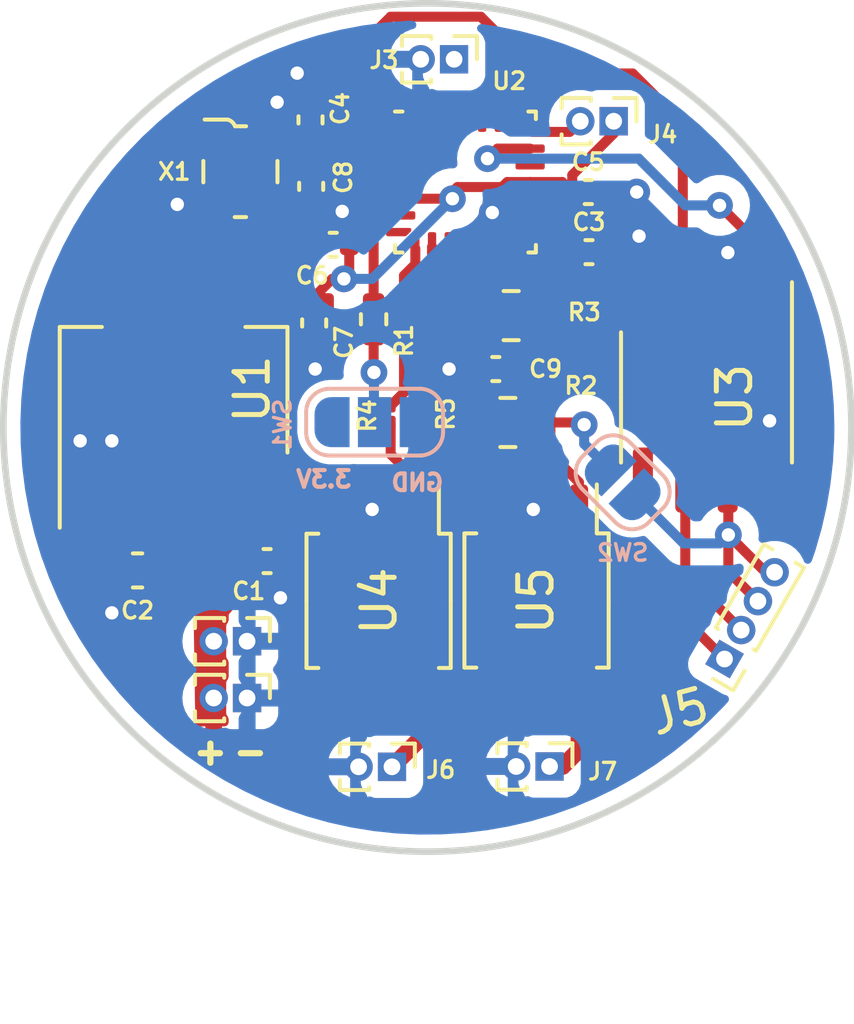
<source format=kicad_pcb>
(kicad_pcb (version 20211014) (generator pcbnew)
  (layers (0 "F.Cu" signal) (31 "B.Cu" signal) (34 "B.Paste" user) (35 "F.Paste" user) (36 "B.SilkS" user "B.Silkscreen") (37 "F.SilkS" user "F.Silkscreen") (38 "B.Mask" user) (39 "F.Mask" user) (44 "Edge.Cuts" user))
  (net 0 "")
  (net 1 "+3.3V")
  (net 2 "GND")
  (net 5 "BOOT0")
  (net 6 "Net-(R1-Pad2)")
  (net 7 "Net-(R2-Pad1)")
  (net 8 "CAN_H")
  (net 9 "CAN_TX")
  (net 10 "CAN_RX")
  (net 11 "CAN_L")
  (net 12 "RCC_OSC_IN")
  (net 13 "RCC_OSC_OUT")
  (net 16 "SYS_SWDIO")
  (net 17 "SYS_SWCLK")
  (net 20 "/12V+")
  (net 21 "Net-(C9-Pad1)")
  (net 30 "Pyro1")
  (net 31 "Net-(U4-Pad4)")
  (net 32 "Net-(J7-Pad1)")
  (net 33 "Pyro2")
  (net 36 "Net-(U4-Pad1)")
  (net 37 "Net-(U5-Pad1)")
  (footprint "Capacitor_SMD:C_0402_1005Metric" (layer "F.Cu") (at 150.32 104.88 -90)
    (fp_text reference "C8" (at -0.27 -0.96 -270) (layer "F.SilkS") (effects (font (size 0.5 0.5) (thickness 0.1))))
    (fp_text value "20pF" hide)
    (pad "1" smd roundrect (at -0.48 0 270) (size 0.56 0.62) (layers "F.Cu" "F.Paste" "F.Mask") (net 13 "RCC_OSC_OUT"))
    (pad "2" smd roundrect (at 0.48 0 270) (size 0.56 0.62) (layers "F.Cu" "F.Paste" "F.Mask") (net 2 "GND"))
  )
  (footprint "Capacitor_SMD:C_0402_1005Metric" (layer "F.Cu") (at 150.3 102.89 90)
    (fp_text reference "C4" (at 0.34 0.89 90) (layer "F.SilkS") (effects (font (size 0.5 0.5) (thickness 0.1))))
    (fp_text value "20pF" hide)
    (pad "1" smd roundrect (at -0.48 0 90) (size 0.56 0.62) (layers "F.Cu" "F.Paste" "F.Mask") (net 12 "RCC_OSC_IN"))
    (pad "2" smd roundrect (at 0.48 0 90) (size 0.56 0.62) (layers "F.Cu" "F.Paste" "F.Mask") (net 2 "GND"))
  )
  (footprint "Package_TO_SOT_SMD:SOT-223-3_TabPin2" (layer "F.Cu") (at 146.2 111 90)
    (fp_text reference "U1" (at 0.05 2.35 90) (layer "F.SilkS"))
    (fp_text value "LD1117S33TR_SOT223" hide)
    (pad "1" smd rect (at -3.15 -2.3 90) (size 2 1.5) (layers "F.Cu" "F.Paste" "F.Mask") (net 2 "GND"))
    (pad "2" smd rect (at -3.15 0 90) (size 2 1.5) (layers "F.Cu" "F.Paste" "F.Mask") (net 1 "+3.3V"))
    (pad "2" smd rect (at 3.15 0 90) (size 2 3.8) (layers "F.Cu" "F.Paste" "F.Mask") (net 1 "+3.3V"))
    (pad "3" smd rect (at -3.15 2.3 90) (size 2 1.5) (layers "F.Cu" "F.Paste" "F.Mask") (net 20 "/12V+"))
  )
  (footprint "Package_SO:SOP-4_3.8x4.1mm_P2.54mm" (layer "F.Cu") (at 152.34 117.29 -90)
    (fp_text reference "U4" (at 0.01 -0.01 90) (layer "F.SilkS"))
    (fp_text value "CPC1002N")
    (pad "1" smd roundrect (at -2.75 -1.27 270) (size 1.45 0.55) (layers "F.Cu" "F.Paste" "F.Mask") (net 36 "Net-(U4-Pad1)"))
    (pad "2" smd roundrect (at -2.75 1.27 270) (size 1.45 0.55) (layers "F.Cu" "F.Paste" "F.Mask") (net 2 "GND"))
    (pad "3" smd roundrect (at 2.75 1.27 270) (size 1.45 0.55) (layers "F.Cu" "F.Paste" "F.Mask") (net 20 "/12V+"))
    (pad "4" smd roundrect (at 2.75 -1.27 270) (size 1.45 0.55) (layers "F.Cu" "F.Paste" "F.Mask") (net 31 "Net-(U4-Pad4)"))
  )
  (footprint "Resistor_SMD:R_01005_0402Metric" (layer "F.Cu") (at 152.7 111.7 90)
    (fp_text reference "R4" (at -0.05 -0.7 90) (layer "F.SilkS") (effects (font (size 0.5 0.5) (thickness 0.1))))
    (fp_text value "270")
    (pad "1" smd roundrect (at -0.25 0 90) (size 0.4 0.3) (layers "F.Cu" "F.Mask") (net 36 "Net-(U4-Pad1)"))
    (pad "2" smd roundrect (at 0.25 0 90) (size 0.4 0.3) (layers "F.Cu" "F.Mask") (net 30 "Pyro1"))
  )
  (footprint "Connector_PinHeader_1.00mm:PinHeader_1x02_P1.00mm_Vertical" (layer "F.Cu") (at 159.38 102.93 -90)
    (fp_text reference "J4" (at 0.395 -1.47) (layer "F.SilkS") (effects (font (size 0.5 0.5) (thickness 0.1))))
    (fp_text value "DEBUG" hide)
    (pad "1" thru_hole rect (at 0 0 270) (size 0.85 0.85) (drill 0.5) (layers *.Cu *.Mask) (net 1 "+3.3V"))
    (pad "2" thru_hole oval (at 0 1 270) (size 0.85 0.85) (drill 0.5) (layers *.Cu *.Mask) (net 16 "SYS_SWDIO"))
  )
  (footprint "Capacitor_SMD:C_0402_1005Metric" (layer "F.Cu") (at 158.620001 105.05)
    (fp_text reference "C5" (at 0 -0.9) (layer "F.SilkS") (effects (font (size 0.5 0.5) (thickness 0.1))))
    (fp_text value "1uF" hide)
    (pad "1" smd roundrect (at -0.48 0) (size 0.56 0.62) (layers "F.Cu" "F.Paste" "F.Mask") (net 1 "+3.3V"))
    (pad "2" smd roundrect (at 0.48 0) (size 0.56 0.62) (layers "F.Cu" "F.Paste" "F.Mask") (net 2 "GND"))
  )
  (footprint "Capacitor_SMD:C_0402_1005Metric" (layer "F.Cu") (at 149 116.1)
    (fp_text reference "C1" (at -0.55 0.9) (layer "F.SilkS") (effects (font (size 0.5 0.5) (thickness 0.1))))
    (fp_text value ".1uF" hide)
    (pad "1" smd roundrect (at -0.48 0) (size 0.56 0.62) (layers "F.Cu" "F.Paste" "F.Mask") (net 20 "/12V+"))
    (pad "2" smd roundrect (at 0.48 0) (size 0.56 0.62) (layers "F.Cu" "F.Paste" "F.Mask") (net 2 "GND"))
  )
  (footprint "Connector_PinHeader_1.00mm:PinHeader_1x02_P1.00mm_Vertical" (layer "F.Cu") (at 154.6 101.075 -90)
    (fp_text reference "J3" (at 0.025 2.1) (layer "F.SilkS") (effects (font (size 0.5 0.5) (thickness 0.1))))
    (fp_text value "PWR" hide)
    (pad "1" thru_hole rect (at 0 0 270) (size 0.85 0.85) (drill 0.5) (layers *.Cu *.Mask) (net 17 "SYS_SWCLK"))
    (pad "2" thru_hole oval (at 0 1 270) (size 0.85 0.85) (drill 0.5) (layers *.Cu *.Mask) (net 2 "GND"))
  )
  (footprint "Capacitor_SMD:C_0603_1608Metric" (layer "F.Cu") (at 145.12 116.38 180)
    (fp_text reference "C2" (at 0 -1.2) (layer "F.SilkS") (effects (font (size 0.5 0.5) (thickness 0.1))))
    (fp_text value "10uF" hide)
    (pad "1" smd roundrect (at -0.775 0 180) (size 0.9 0.95) (layers "F.Cu" "F.Paste" "F.Mask") (net 1 "+3.3V"))
    (pad "2" smd roundrect (at 0.775 0 180) (size 0.9 0.95) (layers "F.Cu" "F.Paste" "F.Mask") (net 2 "GND"))
  )
  (footprint "Resistor_SMD:R_0805_2012Metric" (layer "F.Cu") (at 156.31 108.749999)
    (fp_text reference "R3" (at 2.19 -0.099999 180) (layer "F.SilkS") (effects (font (size 0.5 0.5) (thickness 0.1))))
    (fp_text value "60 ohm" hide)
    (pad "1" smd roundrect (at -0.9125 0) (size 1.025 1.4) (layers "F.Cu" "F.Paste" "F.Mask") (roundrect_rratio 0.243902) (net 21 "Net-(C9-Pad1)"))
    (pad "2" smd roundrect (at 0.9125 0) (size 1.025 1.4) (layers "F.Cu" "F.Paste" "F.Mask") (roundrect_rratio 0.243902) (net 11 "CAN_L"))
  )
  (footprint "Connector_PinHeader_1.00mm:PinHeader_1x02_P1.00mm_Vertical" (layer "F.Cu") (at 152.74 122.26 -90)
    (fp_text reference "J6" (at 0.09 -1.46) (layer "F.SilkS") (effects (font (size 0.5 0.5) (thickness 0.1))))
    (fp_text value "Conn_01x02_Female")
    (pad "1" thru_hole rect (at 0 0 270) (size 0.85 0.85) (drill 0.5) (layers *.Cu *.Mask) (net 31 "Net-(U4-Pad4)"))
    (pad "2" thru_hole oval (at 0 1 270) (size 0.85 0.85) (drill 0.5) (layers *.Cu *.Mask) (net 2 "GND"))
  )
  (footprint "Resistor_SMD:R_0805_2012Metric" (layer "F.Cu") (at 156.21 111.95 180)
    (fp_text reference "R2" (at -2.19 1.1 180) (layer "F.SilkS") (effects (font (size 0.5 0.5) (thickness 0.1))))
    (fp_text value "60 ohm" hide)
    (pad "1" smd roundrect (at -0.9125 0 180) (size 1.025 1.4) (layers "F.Cu" "F.Paste" "F.Mask") (roundrect_rratio 0.243902) (net 7 "Net-(R2-Pad1)"))
    (pad "2" smd roundrect (at 0.9125 0 180) (size 1.025 1.4) (layers "F.Cu" "F.Paste" "F.Mask") (roundrect_rratio 0.243902) (net 21 "Net-(C9-Pad1)"))
  )
  (footprint "Capacitor_SMD:C_0402_1005Metric" (layer "F.Cu") (at 158.640001 106.85)
    (fp_text reference "C3" (at 0 -0.9) (layer "F.SilkS") (effects (font (size 0.5 0.5) (thickness 0.1))))
    (fp_text value "4u7" hide)
    (pad "1" smd roundrect (at -0.48 0) (size 0.56 0.62) (layers "F.Cu" "F.Paste" "F.Mask") (net 1 "+3.3V"))
    (pad "2" smd roundrect (at 0.48 0) (size 0.56 0.62) (layers "F.Cu" "F.Paste" "F.Mask") (net 2 "GND"))
  )
  (footprint "Connector_PinHeader_1.00mm:PinHeader_1x04_P1.00mm_Vertical" (layer "F.Cu") (at 162.7 119.032051 150)
    (fp_text reference "J5" (at 0.38516 -2.032884 195) (layer "F.SilkS"))
    (fp_text value "CAN Header" hide)
    (pad "1" thru_hole rect (at 0 0 150) (size 0.85 0.85) (drill 0.5) (layers *.Cu *.Mask) (net 11 "CAN_L"))
    (pad "2" thru_hole oval (at 0 1 150) (size 0.85 0.85) (drill 0.5) (layers *.Cu *.Mask) (net 11 "CAN_L"))
    (pad "3" thru_hole oval (at 0 2 150) (size 0.85 0.85) (drill 0.5) (layers *.Cu *.Mask) (net 8 "CAN_H"))
    (pad "4" thru_hole oval (at 0 3 150) (size 0.85 0.85) (drill 0.5) (layers *.Cu *.Mask) (net 8 "CAN_H"))
  )
  (footprint "Connector_PinHeader_1.00mm:PinHeader_1x02_P1.00mm_Vertical" (layer "F.Cu") (at 148.4 120.2 -90)
    (fp_text reference "J1" hide)
    (fp_text value "Bat" hide)
    (pad "1" thru_hole rect (at 0 0 270) (size 0.85 0.85) (drill 0.5) (layers *.Cu *.Mask) (net 2 "GND"))
    (pad "2" thru_hole oval (at 0 1 270) (size 0.85 0.85) (drill 0.5) (layers *.Cu *.Mask) (net 20 "/12V+"))
  )
  (footprint "Capacitor_SMD:C_0402_1005Metric" (layer "F.Cu") (at 150.41 108.97 -90)
    (fp_text reference "C7" (at 0.58 -0.89 -90) (layer "F.SilkS") (effects (font (size 0.5 0.5) (thickness 0.1))))
    (fp_text value "10nF" hide)
    (pad "1" smd roundrect (at -0.48 0 270) (size 0.56 0.62) (layers "F.Cu" "F.Paste" "F.Mask") (net 1 "+3.3V"))
    (pad "2" smd roundrect (at 0.48 0 270) (size 0.56 0.62) (layers "F.Cu" "F.Paste" "F.Mask") (net 2 "GND"))
  )
  (footprint "Capacitor_SMD:C_0402_1005Metric" (layer "F.Cu") (at 150.98 106.63 180)
    (fp_text reference "C6" (at 0.63 -0.92) (layer "F.SilkS") (effects (font (size 0.5 0.5) (thickness 0.1))))
    (fp_text value ".1uF" hide)
    (pad "1" smd roundrect (at -0.48 0 180) (size 0.56 0.62) (layers "F.Cu" "F.Paste" "F.Mask") (net 1 "+3.3V"))
    (pad "2" smd roundrect (at 0.48 0 180) (size 0.56 0.62) (layers "F.Cu" "F.Paste" "F.Mask") (net 2 "GND"))
  )
  (footprint "Package_SO:SOIC-8_3.9x4.9mm_P1.27mm" (layer "F.Cu") (at 162.16 111.2 -90)
    (fp_text reference "U3" (at 0 -0.84 90) (layer "F.SilkS"))
    (fp_text value "SN65HVD230" hide)
    (pad "1" smd roundrect (at -2.475 -1.905 270) (size 1.95 0.6) (layers "F.Cu" "F.Paste" "F.Mask") (net 9 "CAN_TX"))
    (pad "2" smd roundrect (at -2.475 -0.635 270) (size 1.95 0.6) (layers "F.Cu" "F.Paste" "F.Mask") (net 2 "GND"))
    (pad "3" smd roundrect (at -2.475 0.635 270) (size 1.95 0.6) (layers "F.Cu" "F.Paste" "F.Mask") (net 1 "+3.3V"))
    (pad "4" smd roundrect (at -2.475 1.905 270) (size 1.95 0.6) (layers "F.Cu" "F.Paste" "F.Mask") (net 10 "CAN_RX"))
    (pad "5" smd roundrect (at 2.475 1.905 270) (size 1.95 0.6) (layers "F.Cu" "F.Paste" "F.Mask"))
    (pad "6" smd roundrect (at 2.475 0.635 270) (size 1.95 0.6) (layers "F.Cu" "F.Paste" "F.Mask") (net 11 "CAN_L"))
    (pad "7" smd roundrect (at 2.475 -0.635 270) (size 1.95 0.6) (layers "F.Cu" "F.Paste" "F.Mask") (net 8 "CAN_H"))
    (pad "8" smd roundrect (at 2.475 -1.905 270) (size 1.95 0.6) (layers "F.Cu" "F.Paste" "F.Mask") (net 2 "GND"))
  )
  (footprint "Oscillator:Oscillator_SMD_ECS_2520MV-xxx-xx-4Pin_2.5x2.0mm" (layer "F.Cu") (at 148.2 104.44)
    (fp_text reference "X1" (at -1.98 0) (layer "F.SilkS") (effects (font (size 0.5 0.5) (thickness 0.1))))
    (fp_text value "ECS-2520MV-xxx-xx" hide)
    (pad "1" smd roundrect (at -0.725 -0.925) (size 0.8 0.9) (layers "F.Cu" "F.Paste" "F.Mask") (net 12 "RCC_OSC_IN"))
    (pad "2" smd roundrect (at -0.725 0.925) (size 0.8 0.9) (layers "F.Cu" "F.Paste" "F.Mask") (net 2 "GND"))
    (pad "3" smd roundrect (at 0.725 0.925) (size 0.8 0.9) (layers "F.Cu" "F.Paste" "F.Mask") (net 13 "RCC_OSC_OUT"))
    (pad "4" smd roundrect (at 0.725 -0.925) (size 0.8 0.9) (layers "F.Cu" "F.Paste" "F.Mask") (net 2 "GND"))
  )
  (footprint "Resistor_SMD:R_01005_0402Metric" (layer "F.Cu") (at 153.7 111.65 -90)
    (fp_text reference "R5" (at 0.05 -0.65 90) (layer "F.SilkS") (effects (font (size 0.5 0.5) (thickness 0.1))))
    (fp_text value "270")
    (pad "1" smd roundrect (at -0.25 0 270) (size 0.4 0.3) (layers "F.Cu" "F.Mask") (net 33 "Pyro2"))
    (pad "2" smd roundrect (at 0.25 0 270) (size 0.4 0.3) (layers "F.Cu" "F.Mask") (net 37 "Net-(U5-Pad1)"))
  )
  (footprint "Package_DFN_QFN:QFN-28_4x4mm_P0.5mm" (layer "F.Cu") (at 154.94 104.75)
    (fp_text reference "U2" (at 1.31 -3.025) (layer "F.SilkS") (effects (font (size 0.5 0.5) (thickness 0.1))))
    (fp_text value "STM32F042G4Ux" hide)
    (pad "1" smd custom (at -1.9975 -1.5) (size 0.136863 0.136863) (layers "F.Cu" "F.Paste" "F.Mask") (net 10 "CAN_RX") (options (clearance outline) (anchor circle)) (primitives (gr_poly (pts (xy 0.3325 0.05364) (xy 0.3325 0.08) (xy -0.3325 0.08) (xy -0.3325 -0.08) (xy 0.19886 -0.08)) (width 0.09) (fill yes))))
    (pad "2" smd roundrect (at -1.9375 -1) (size 0.875 0.25) (layers "F.Cu" "F.Paste" "F.Mask") (net 12 "RCC_OSC_IN"))
    (pad "3" smd roundrect (at -1.9375 -0.5) (size 0.875 0.25) (layers "F.Cu" "F.Paste" "F.Mask") (net 13 "RCC_OSC_OUT"))
    (pad "4" smd roundrect (at -1.9375 0) (size 0.875 0.25) (layers "F.Cu" "F.Paste" "F.Mask") (net 5 "BOOT0"))
    (pad "5" smd roundrect (at -1.9375 0.5) (size 0.875 0.25) (layers "F.Cu" "F.Paste" "F.Mask") (net 1 "+3.3V"))
    (pad "6" smd roundrect (at -1.9375 1) (size 0.875 0.25) (layers "F.Cu" "F.Paste" "F.Mask"))
    (pad "7" smd custom (at -1.9975 1.5) (size 0.136863 0.136863) (layers "F.Cu" "F.Paste" "F.Mask") (options (clearance outline) (anchor circle)) (primitives (gr_poly (pts (xy 0.3325 -0.05364) (xy 0.19886 0.08) (xy -0.3325 0.08) (xy -0.3325 -0.08) (xy 0.3325 -0.08)) (width 0.09) (fill yes))))
    (pad "8" smd custom (at -1.5 1.9975) (size 0.136863 0.136863) (layers "F.Cu" "F.Paste" "F.Mask") (net 30 "Pyro1") (options (clearance outline) (anchor circle)) (primitives (gr_poly (pts (xy 0.08 0.3325) (xy -0.08 0.3325) (xy -0.08 -0.19886) (xy 0.05364 -0.3325) (xy 0.08 -0.3325)) (width 0.09) (fill yes))))
    (pad "9" smd roundrect (at -1 1.9375) (size 0.25 0.875) (layers "F.Cu" "F.Paste" "F.Mask") (net 33 "Pyro2"))
    (pad "10" smd roundrect (at -0.5 1.9375) (size 0.25 0.875) (layers "F.Cu" "F.Paste" "F.Mask"))
    (pad "11" smd roundrect (at 0 1.9375) (size 0.25 0.875) (layers "F.Cu" "F.Paste" "F.Mask"))
    (pad "12" smd roundrect (at 0.5 1.9375) (size 0.25 0.875) (layers "F.Cu" "F.Paste" "F.Mask"))
    (pad "13" smd roundrect (at 1 1.9375) (size 0.25 0.875) (layers "F.Cu" "F.Paste" "F.Mask"))
    (pad "14" smd custom (at 1.5 1.9975) (size 0.136863 0.136863) (layers "F.Cu" "F.Paste" "F.Mask") (options (clearance outline) (anchor circle)) (primitives (gr_poly (pts (xy 0.08 -0.19886) (xy 0.08 0.3325) (xy -0.08 0.3325) (xy -0.08 -0.3325) (xy -0.05364 -0.3325)) (width 0.09) (fill yes))))
    (pad "15" smd custom (at 1.9975 1.5) (size 0.136863 0.136863) (layers "F.Cu" "F.Paste" "F.Mask") (options (clearance outline) (anchor circle)) (primitives (gr_poly (pts (xy 0.3325 0.08) (xy -0.19886 0.08) (xy -0.3325 -0.05364) (xy -0.3325 -0.08) (xy 0.3325 -0.08)) (width 0.09) (fill yes))))
    (pad "16" smd roundrect (at 1.9375 1) (size 0.875 0.25) (layers "F.Cu" "F.Paste" "F.Mask") (net 2 "GND"))
    (pad "17" smd roundrect (at 1.9375 0.5) (size 0.875 0.25) (layers "F.Cu" "F.Paste" "F.Mask") (net 1 "+3.3V"))
    (pad "18" smd roundrect (at 1.9375 0) (size 0.875 0.25) (layers "F.Cu" "F.Paste" "F.Mask") (net 1 "+3.3V"))
    (pad "19" smd roundrect (at 1.9375 -0.5) (size 0.875 0.25) (layers "F.Cu" "F.Paste" "F.Mask"))
    (pad "20" smd roundrect (at 1.9375 -1) (size 0.875 0.25) (layers "F.Cu" "F.Paste" "F.Mask") (net 9 "CAN_TX"))
    (pad "21" smd custom (at 1.9975 -1.5) (size 0.136863 0.136863) (layers "F.Cu" "F.Paste" "F.Mask") (net 16 "SYS_SWDIO") (options (clearance outline) (anchor circle)) (primitives (gr_poly (pts (xy 0.3325 0.08) (xy -0.3325 0.08) (xy -0.3325 0.05364) (xy -0.19886 -0.08) (xy 0.3325 -0.08)) (width 0.09) (fill yes))))
    (pad "22" smd custom (at 1.5 -1.9975) (size 0.136863 0.136863) (layers "F.Cu" "F.Paste" "F.Mask") (net 17 "SYS_SWCLK") (options (clearance outline) (anchor circle)) (primitives (gr_poly (pts (xy 0.08 0.19886) (xy -0.05364 0.3325) (xy -0.08 0.3325) (xy -0.08 -0.3325) (xy 0.08 -0.3325)) (width 0.09) (fill yes))))
    (pad "23" smd roundrect (at 1 -1.9375) (size 0.25 0.875) (layers "F.Cu" "F.Paste" "F.Mask"))
    (pad "24" smd roundrect (at 0.5 -1.9375) (size 0.25 0.875) (layers "F.Cu" "F.Paste" "F.Mask"))
    (pad "25" smd roundrect (at 0 -1.9375) (size 0.25 0.875) (layers "F.Cu" "F.Paste" "F.Mask"))
    (pad "26" smd roundrect (at -0.5 -1.9375) (size 0.25 0.875) (layers "F.Cu" "F.Paste" "F.Mask"))
    (pad "27" smd roundrect (at -1 -1.9375) (size 0.25 0.875) (layers "F.Cu" "F.Paste" "F.Mask"))
    (pad "28" smd custom (at -1.5 -1.9975) (size 0.136863 0.136863) (layers "F.Cu" "F.Paste" "F.Mask") (options (clearance outline) (anchor circle)) (primitives (gr_poly (pts (xy 0.08 0.3325) (xy 0.05364 0.3325) (xy -0.08 0.19886) (xy -0.08 -0.3325) (xy 0.08 -0.3325)) (width 0.09) (fill yes))))
  )
  (footprint "Connector_PinHeader_1.00mm:PinHeader_1x02_P1.00mm_Vertical" (layer "F.Cu") (at 148.4 118.5 -90)
    (fp_text reference "J2" hide)
    (fp_text value "Bat" hide)
    (pad "1" thru_hole rect (at 0 0 270) (size 0.85 0.85) (drill 0.5) (layers *.Cu *.Mask) (net 2 "GND"))
    (pad "2" thru_hole oval (at 0 1 270) (size 0.85 0.85) (drill 0.5) (layers *.Cu *.Mask) (net 20 "/12V+"))
  )
  (footprint "Capacitor_SMD:C_0402_1005Metric" (layer "F.Cu") (at 155.85 110.35 180)
    (fp_text reference "C9" (at -1.490052 0.003431 180) (layer "F.SilkS") (effects (font (size 0.5 0.5) (thickness 0.1))))
    (fp_text value "4.7nF" hide)
    (pad "1" smd roundrect (at -0.48 0 180) (size 0.56 0.62) (layers "F.Cu" "F.Paste" "F.Mask") (net 21 "Net-(C9-Pad1)"))
    (pad "2" smd roundrect locked (at 0.48 0 180) (size 0.56 0.62) (layers "F.Cu" "F.Paste" "F.Mask") (net 2 "GND"))
  )
  (footprint "Connector_PinHeader_1.00mm:PinHeader_1x02_P1.00mm_Vertical" (layer "F.Cu") (at 157.46 122.25 -90)
    (fp_text reference "J7" (at 0.15 -1.59 180) (layer "F.SilkS") (effects (font (size 0.5 0.5) (thickness 0.1))))
    (fp_text value "Conn_01x02_Female")
    (pad "1" thru_hole rect (at 0 0 270) (size 0.85 0.85) (drill 0.5) (layers *.Cu *.Mask) (net 32 "Net-(J7-Pad1)"))
    (pad "2" thru_hole oval (at 0 1 270) (size 0.85 0.85) (drill 0.5) (layers *.Cu *.Mask) (net 2 "GND"))
  )
  (footprint "Package_SO:SOP-4_3.8x4.1mm_P2.54mm" (layer "F.Cu") (at 157.07 117.28 -90)
    (fp_text reference "U5" (at 0 0.02 90) (layer "F.SilkS"))
    (fp_text value "CPC1002N")
    (pad "1" smd roundrect (at -2.75 -1.27 270) (size 1.45 0.55) (layers "F.Cu" "F.Paste" "F.Mask") (net 37 "Net-(U5-Pad1)"))
    (pad "2" smd roundrect (at -2.75 1.27 270) (size 1.45 0.55) (layers "F.Cu" "F.Paste" "F.Mask") (net 2 "GND"))
    (pad "3" smd roundrect (at 2.75 1.27 270) (size 1.45 0.55) (layers "F.Cu" "F.Paste" "F.Mask") (net 20 "/12V+"))
    (pad "4" smd roundrect (at 2.75 -1.27 270) (size 1.45 0.55) (layers "F.Cu" "F.Paste" "F.Mask") (net 32 "Net-(J7-Pad1)"))
  )
  (footprint "Resistor_SMD:R_0402_1005Metric" (layer "F.Cu") (at 152.19 108.86 -90)
    (fp_text reference "R1" (at 0.64 -0.91 -270) (layer "F.SilkS") (effects (font (size 0.5 0.5) (thickness 0.1))))
    (fp_text value "10k" hide)
    (pad "1" smd roundrect (at -0.51 0 270) (size 0.54 0.64) (layers "F.Cu" "F.Paste" "F.Mask") (net 5 "BOOT0"))
    (pad "2" smd roundrect (at 0.51 0 270) (size 0.54 0.64) (layers "F.Cu" "F.Paste" "F.Mask") (net 6 "Net-(R1-Pad2)"))
  )
  (footprint "Jumper:SolderJumper-3_P1.3mm_Open_RoundedPad1.0x1.5mm_NumberLabels" (layer "B.Cu") (at 152.22 111.94 180)
    (fp_text reference "SW1" (at 2.757716 -0.070711 90) (layer "B.SilkS") (effects (font (size 0.5 0.5) (thickness 0.1)) (justify mirror)))
    (fp_text value "SW_SPDT" hide)
    (fp_text user "3.3V" (at 1.52 -1.71) (layer "B.SilkS") (effects (font (size 0.5 0.5) (thickness 0.125)) (justify mirror)))
    (fp_text user "GND" (at -1.28 -1.81) (layer "B.SilkS") (effects (font (size 0.5 0.5) (thickness 0.125)) (justify mirror)))
    (pad "1" smd custom (at -1.3 0 180) (size 1 0.5) (layers "B.Cu" "B.Mask") (net 2 "GND") (options (clearance outline) (anchor rect)) (primitives (gr_circle (center 0 -0.25) (end 0.5 -0.25) (width 0) (fill yes)) (gr_circle (center 0 0.25) (end 0.5 0.25) (width 0) (fill yes)) (gr_poly (pts (xy 0.55 -0.75) (xy 0 -0.75) (xy 0 0.75) (xy 0.55 0.75)) (width 0) (fill yes))))
    (pad "2" smd rect (at 0 0 180) (size 1 1.5) (layers "B.Cu" "B.Mask") (net 6 "Net-(R1-Pad2)"))
    (pad "3" smd custom (at 1.3 0 180) (size 1 0.5) (layers "B.Cu" "B.Mask") (net 1 "+3.3V") (options (clearance outline) (anchor rect)) (primitives (gr_circle (center 0 -0.25) (end 0.5 -0.25) (width 0) (fill yes)) (gr_circle (center 0 0.25) (end 0.5 0.25) (width 0) (fill yes)) (gr_poly (pts (xy 0 -0.75) (xy -0.55 -0.75) (xy -0.55 0.75) (xy 0 0.75)) (width 0) (fill yes))))
  )
  (footprint "Jumper:SolderJumper-2_P1.3mm_Open_RoundedPad1.0x1.5mm" (layer "B.Cu") (at 159.649527 113.741772 -45)
    (fp_text reference "SW2" (at 1.491077 1.490408 180) (layer "B.SilkS") (effects (font (size 0.5 0.5) (thickness 0.1)) (justify mirror)))
    (fp_text value "SW_SPST" hide)
    (pad "1" smd custom (at -0.65 0 315) (size 1 0.5) (layers "B.Cu" "B.Mask") (net 7 "Net-(R2-Pad1)") (options (clearance outline) (anchor rect)) (primitives (gr_circle (center 0 -0.25) (end 0.5 -0.25) (width 0) (fill yes)) (gr_circle (center 0 0.25) (end 0.5 0.25) (width 0) (fill yes)) (gr_poly (pts (xy 0.5 -0.75) (xy 0 -0.75) (xy 0 0.75) (xy 0.5 0.75)) (width 0) (fill yes))))
    (pad "2" smd custom (at 0.65 0 315) (size 1 0.5) (layers "B.Cu" "B.Mask") (net 8 "CAN_H") (options (clearance outline) (anchor rect)) (primitives (gr_circle (center 0 -0.25) (end 0.5 -0.25) (width 0) (fill yes)) (gr_circle (center 0 0.25) (end 0.5 0.25) (width 0) (fill yes)) (gr_poly (pts (xy 0 -0.75) (xy -0.5 -0.75) (xy -0.5 0.75) (xy 0 0.75)) (width 0) (fill yes))))
  )
  (gr_circle (center 153.8 112.1) (end 166.5 112.1) (layer "Edge.Cuts") (width 0.2) (fill none))
  (gr_text "-\n" (at 148.5 121.8) (layer "F.SilkS") (effects (font (size 0.75 0.75) (thickness 0.1875)) (justify mirror)))
  (gr_text "+" (at 147.3 121.8) (layer "F.SilkS") (effects (font (size 0.75 0.75) (thickness 0.1875)) (justify mirror)))
  (segment (start 154.7 104.9) (end 154.55 105.05) (width 0.3) (layer "F.Cu") (net 1))
  (segment (start 161.525 110.255) (end 161.036 110.744) (width 0.3) (layer "F.Cu") (net 1))
  (segment (start 159.38 103.3) (end 158.140001 104.539999) (width 0.3) (layer "F.Cu") (net 1))
  (segment (start 158.160001 105.07) (end 158.140001 105.05) (width 0.3) (layer "F.Cu") (net 1))
  (segment (start 160.274 110.744) (end 158.75 109.22) (width 0.3) (layer "F.Cu") (net 1))
  (segment (start 151.46 107.49) (end 151.3 107.65) (width 0.3) (layer "F.Cu") (net 1))
  (segment (start 156.19148 104.75) (end 156.04148 104.9) (width 0.3) (layer "F.Cu") (net 1))
  (segment (start 154.55 105.05) (end 154.55 105.25) (width 0.3) (layer "F.Cu") (net 1))
  (segment (start 156.8775 104.75) (end 157.840001 104.75) (width 0.3) (layer "F.Cu") (net 1))
  (segment (start 156.8775 105.25) (end 157.940001 105.25) (width 0.3) (layer "F.Cu") (net 1))
  (segment (start 156.8775 105.25) (end 156.39148 105.25) (width 0.3) (layer "F.Cu") (net 1))
  (segment (start 158.160001 106.85) (end 158.160001 105.07) (width 0.3) (layer "F.Cu") (net 1))
  (segment (start 156.39148 105.25) (end 156.17074 105.02926) (width 0.3) (layer "F.Cu") (net 1))
  (segment (start 150.95 107.65) (end 151.3 107.65) (width 0.3) (layer "F.Cu") (net 1))
  (segment (start 150.4 108.48) (end 150.4 108.2) (width 0.3) (layer "F.Cu") (net 1))
  (segment (start 153.0025 105.25) (end 154.55 105.25) (width 0.3) (layer "F.Cu") (net 1))
  (segment (start 156.17074 105.02926) (end 156.04148 104.9) (width 0.3) (layer "F.Cu") (net 1))
  (segment (start 157.840001 104.75) (end 158.140001 105.05) (width 0.3) (layer "F.Cu") (net 1))
  (segment (start 158.75 107.95) (end 158.160001 107.360001) (width 0.3) (layer "F.Cu") (net 1))
  (segment (start 161.525 108.725) (end 161.525 110.255) (width 0.3) (layer "F.Cu") (net 1))
  (segment (start 157.940001 105.25) (end 158.140001 105.05) (width 0.3) (layer "F.Cu") (net 1))
  (segment (start 150.41 108.49) (end 150.4 108.48) (width 0.3) (layer "F.Cu") (net 1))
  (segment (start 158.75 109.22) (end 158.75 107.95) (width 0.3) (layer "F.Cu") (net 1))
  (segment (start 159.38 102.93) (end 159.38 103.3) (width 0.3) (layer "F.Cu") (net 1))
  (segment (start 150.4 108.2) (end 150.95 107.65) (width 0.3) (layer "F.Cu") (net 1))
  (segment (start 151.46 106.63) (end 151.46 107.49) (width 0.3) (layer "F.Cu") (net 1))
  (segment (start 161.036 110.744) (end 160.274 110.744) (width 0.3) (layer "F.Cu") (net 1))
  (segment (start 158.140001 104.539999) (end 158.140001 105.05) (width 0.3) (layer "F.Cu") (net 1))
  (segment (start 156.8775 104.75) (end 156.19148 104.75) (width 0.3) (layer "F.Cu") (net 1))
  (segment (start 158.160001 107.360001) (end 158.160001 106.85) (width 0.3) (layer "F.Cu") (net 1))
  (segment (start 156.04148 104.9) (end 154.7 104.9) (width 0.3) (layer "F.Cu") (net 1))
  (via (at 151.3 107.65) (size 0.8) (drill 0.4) (layers "F.Cu" "B.Cu") (net 1))
  (via (at 154.55 105.25) (size 0.8) (drill 0.4) (layers "F.Cu" "B.Cu") (net 1))
  (segment (start 154.55 105.25) (end 152.15 107.65) (width 0.3) (layer "B.Cu") (net 1))
  (segment (start 152.15 107.65) (end 151.3 107.65) (width 0.3) (layer "B.Cu") (net 1))
  (segment (start 150.98 105.36) (end 151.25 105.63) (width 0.3) (layer "F.Cu") (net 2))
  (segment (start 150.32 105.36) (end 150.98 105.36) (width 0.3) (layer "F.Cu") (net 2))
  (segment (start 149.9 101.49) (end 150.06 101.65) (width 0.3) (layer "F.Cu") (net 2))
  (segment (start 159.120001 106.85) (end 159.77 106.85) (width 0.3) (layer "F.Cu") (net 2))
  (segment (start 155.8 114.53) (end 156.948 114.53) (width 0.3) (layer "F.Cu") (net 2))
  (segment (start 148.925 102.735) (end 149.3 102.36) (width 0.3) (layer "F.Cu") (net 2))
  (segment (start 147.475 105.365) (end 146.365 105.365) (width 0.3) (layer "F.Cu") (net 2))
  (segment (start 160.14 106.48) (end 160.14 106.37) (width 0.3) (layer "F.Cu") (net 2))
  (segment (start 149.48 116.1) (end 149.48 117.12) (width 0.3) (layer "F.Cu") (net 2))
  (segment (start 162.795 108.725) (end 162.795 106.86838) (width 0.3) (layer "F.Cu") (net 2))
  (segment (start 146.365 105.365) (end 146.31 105.42) (width 0.3) (layer "F.Cu") (net 2))
  (segment (start 151.07 114.54) (end 152.132 114.54) (width 0.3) (layer "F.Cu") (net 2))
  (segment (start 148.925 103.515) (end 148.925 102.735) (width 0.3) (layer "F.Cu") (net 2))
  (segment (start 150.41 110.32) (end 150.44 110.35) (width 0.3) (layer "F.Cu") (net 2))
  (segment (start 155.830819 105.75) (end 156.8775 105.75) (width 0.3) (layer "F.Cu") (net 2))
  (segment (start 150.41 109.45) (end 150.41 110.32) (width 0.3) (layer "F.Cu") (net 2))
  (segment (start 159.100001 105.05) (end 160.07 105.05) (width 0.3) (layer "F.Cu") (net 2))
  (segment (start 150.5 106.63) (end 150.5 106.38) (width 0.3) (layer "F.Cu") (net 2))
  (segment (start 150.5 106.38) (end 151.25 105.63) (width 0.3) (layer "F.Cu") (net 2))
  (segment (start 149.48 117.12) (end 149.4 117.2) (width 0.3) (layer "F.Cu") (net 2))
  (segment (start 155.744762 105.663943) (end 155.830819 105.75) (width 0.3) (layer "F.Cu") (net 2))
  (segment (start 150.08 101.65) (end 150.3 101.87) (width 0.3) (layer "F.Cu") (net 2))
  (segment (start 156.948 114.53) (end 156.972 114.554) (width 0.3) (layer "F.Cu") (net 2))
  (segment (start 164.065 113.675) (end 164.065 111.915) (width 0.3) (layer "F.Cu") (net 2))
  (segment (start 150.3 101.87) (end 150.3 102.41) (width 0.3) (layer "F.Cu") (net 2))
  (segment (start 159.77 106.85) (end 160.14 106.48) (width 0.3) (layer "F.Cu") (net 2))
  (segment (start 150.06 101.65) (end 150.08 101.65) (width 0.3) (layer "F.Cu") (net 2))
  (segment (start 162.795 106.86838) (end 162.799949 106.863431) (width 0.3) (layer "F.Cu") (net 2))
  (segment (start 155.37 110.35) (end 154.45 110.35) (width 0.3) (layer "F.Cu") (net 2))
  (segment (start 152.132 114.54) (end 152.146 114.554) (width 0.3) (layer "F.Cu") (net 2))
  (segment (start 164.065 111.915) (end 164.05 111.9) (width 0.3) (layer "F.Cu") (net 2))
  (via (at 160.07 105.05) (size 0.8) (drill 0.4) (layers "F.Cu" "B.Cu") (net 2))
  (via (at 149.3 102.36) (size 0.8) (drill 0.4) (layers "F.Cu" "B.Cu") (net 2))
  (via (at 151.25 105.63) (size 0.8) (drill 0.4) (layers "F.Cu" "B.Cu") (net 2))
  (via (at 149.9 101.49) (size 0.8) (drill 0.4) (layers "F.Cu" "B.Cu") (net 2))
  (via (at 154.45 110.35) (size 0.8) (drill 0.4) (layers "F.Cu" "B.Cu") (net 2))
  (via (at 144.35 112.5) (size 0.8) (drill 0.4) (layers "F.Cu" "B.Cu") (net 2))
  (via (at 150.44 110.35) (size 0.8) (drill 0.4) (layers "F.Cu" "B.Cu") (net 2))
  (via (at 143.4 112.5) (size 0.8) (drill 0.4) (layers "F.Cu" "B.Cu") (net 2))
  (via (at 162.799949 106.863431) (size 0.8) (drill 0.4) (layers "F.Cu" "B.Cu") (net 2))
  (via (at 155.744762 105.663943) (size 0.8) (drill 0.4) (layers "F.Cu" "B.Cu") (net 2))
  (via (at 152.146 114.554) (size 0.8) (drill 0.4) (layers "F.Cu" "B.Cu") (net 2))
  (via (at 149.4 117.2) (size 0.8) (drill 0.4) (layers "F.Cu" "B.Cu") (net 2))
  (via (at 144.35 117.65) (size 0.8) (drill 0.4) (layers "F.Cu" "B.Cu") (net 2))
  (via (at 160.14 106.37) (size 0.8) (drill 0.4) (layers "F.Cu" "B.Cu") (net 2))
  (via (at 146.31 105.42) (size 0.8) (drill 0.4) (layers "F.Cu" "B.Cu") (net 2))
  (via (at 164.05 111.9) (size 0.8) (drill 0.4) (layers "F.Cu" "B.Cu") (net 2))
  (via (at 156.972 114.554) (size 0.8) (drill 0.4) (layers "F.Cu" "B.Cu") (net 2))
  (segment (start 153.0025 104.75) (end 152.481637 104.75) (width 0.3) (layer "F.Cu") (net 5))
  (segment (start 152.481637 104.75) (end 152.19 105.041637) (width 0.3) (layer "F.Cu") (net 5))
  (segment (start 152.19 105.041637) (end 152.19 108.35) (width 0.3) (layer "F.Cu") (net 5))
  (segment (start 152.19 110.44) (end 152.2 110.45) (width 0.3) (layer "F.Cu") (net 6))
  (segment (start 152.19 109.37) (end 152.19 110.44) (width 0.3) (layer "F.Cu") (net 6))
  (via (at 152.2 110.45) (size 0.8) (drill 0.4) (layers "F.Cu" "B.Cu") (net 6))
  (segment (start 152.2 110.45) (end 152.2 111.92) (width 0.3) (layer "B.Cu") (net 6))
  (segment (start 152.2 111.92) (end 152.22 111.94) (width 0.3) (layer "B.Cu") (net 6))
  (segment (start 157.1225 111.95) (end 158.432 111.95) (width 0.3) (layer "F.Cu") (net 7))
  (segment (start 158.432 111.95) (end 158.496 112.014) (width 0.3) (layer "F.Cu") (net 7))
  (via (at 158.496 112.014) (size 0.8) (drill 0.4) (layers "F.Cu" "B.Cu") (net 7))
  (segment (start 158.496 112.588245) (end 159.189908 113.282153) (width 0.3) (layer "B.Cu") (net 7))
  (segment (start 158.496 112.014) (end 158.496 112.588245) (width 0.3) (layer "B.Cu") (net 7))
  (segment (start 163.931975 116.433975) (end 162.814 115.316) (width 0.3) (layer "F.Cu") (net 8))
  (segment (start 163.7 117.3) (end 162.814 116.414) (width 0.3) (layer "F.Cu") (net 8))
  (segment (start 162.814 115.316) (end 162.814 113.694) (width 0.3) (layer "F.Cu") (net 8))
  (segment (start 162.814 113.694) (end 162.795 113.675) (width 0.3) (layer "F.Cu") (net 8))
  (segment (start 162.814 116.414) (end 162.814 115.316) (width 0.3) (layer "F.Cu") (net 8))
  (segment (start 164.2 116.433975) (end 163.931975 116.433975) (width 0.3) (layer "F.Cu") (net 8))
  (via (at 162.814 115.316) (size 0.8) (drill 0.4) (layers "F.Cu" "B.Cu") (net 8))
  (segment (start 162.56 115.57) (end 162.814 115.316) (width 0.3) (layer "B.Cu") (net 8))
  (segment (start 161.798 115.57) (end 162.56 115.57) (width 0.3) (layer "B.Cu") (net 8))
  (segment (start 161.477755 115.57) (end 161.798 115.57) (width 0.3) (layer "B.Cu") (net 8))
  (segment (start 160.109146 114.201391) (end 161.477755 115.57) (width 0.3) (layer "B.Cu") (net 8))
  (segment (start 156.8775 103.75) (end 155.9 103.75) (width 0.3) (layer "F.Cu") (net 9))
  (segment (start 164.065 106.965) (end 164.065 108.725) (width 0.3) (layer "F.Cu") (net 9))
  (segment (start 155.9 103.75) (end 155.6 104.05) (width 0.3) (layer "F.Cu") (net 9))
  (segment (start 162.55 105.45) (end 164.065 106.965) (width 0.3) (layer "F.Cu") (net 9))
  (via (at 162.55 105.45) (size 0.8) (drill 0.4) (layers "F.Cu" "B.Cu") (net 9))
  (via (at 155.6 104.05) (size 0.8) (drill 0.4) (layers "F.Cu" "B.Cu") (net 9))
  (segment (start 161.530661 105.45) (end 162.55 105.45) (width 0.3) (layer "B.Cu") (net 9))
  (segment (start 160.130661 104.05) (end 161.530661 105.45) (width 0.3) (layer "B.Cu") (net 9))
  (segment (start 155.6 104.05) (end 160.130661 104.05) (width 0.3) (layer "B.Cu") (net 9))
  (segment (start 161.45 103) (end 161.45 106.45) (width 0.3) (layer "F.Cu") (net 10))
  (segment (start 161.45 106.45) (end 160.255 107.645) (width 0.3) (layer "F.Cu") (net 10))
  (segment (start 152.6 103.25) (end 152.05 102.7) (width 0.3) (layer "F.Cu") (net 10))
  (segment (start 160.255 107.645) (end 160.255 108.725) (width 0.3) (layer "F.Cu") (net 10))
  (segment (start 152.05 102.7) (end 152.05 100.45) (width 0.3) (layer "F.Cu") (net 10))
  (segment (start 152.9425 103.25) (end 152.6 103.25) (width 0.3) (layer "F.Cu") (net 10))
  (segment (start 155.4 99.8) (end 157.1 101.5) (width 0.3) (layer "F.Cu") (net 10))
  (segment (start 159.95 101.5) (end 161.45 103) (width 0.3) (layer "F.Cu") (net 10))
  (segment (start 157.1 101.5) (end 159.95 101.5) (width 0.3) (layer "F.Cu") (net 10))
  (segment (start 152.7 99.8) (end 155.4 99.8) (width 0.3) (layer "F.Cu") (net 10))
  (segment (start 152.05 100.45) (end 152.7 99.8) (width 0.3) (layer "F.Cu") (net 10))
  (segment (start 160.232501 111.76) (end 160.274 111.76) (width 0.3) (layer "F.Cu") (net 11))
  (segment (start 162.7 119.032051) (end 161.544 117.876051) (width 0.3) (layer "F.Cu") (net 11))
  (segment (start 161.525 113.675) (end 161.525 116.491026) (width 0.3) (layer "F.Cu") (net 11))
  (segment (start 161.544 116.510026) (end 161.525 116.491026) (width 0.3) (layer "F.Cu") (net 11))
  (segment (start 161.525 116.491026) (end 163.2 118.166026) (width 0.3) (layer "F.Cu") (net 11))
  (segment (start 160.274 111.76) (end 161.525 113.011) (width 0.3) (layer "F.Cu") (net 11))
  (segment (start 161.525 113.011) (end 161.525 113.675) (width 0.3) (layer "F.Cu") (net 11))
  (segment (start 157.2225 108.749999) (end 160.232501 111.76) (width 0.3) (layer "F.Cu") (net 11))
  (segment (start 161.544 117.876051) (end 161.544 116.510026) (width 0.3) (layer "F.Cu") (net 11))
  (segment (start 151.77 103.37) (end 150.3 103.37) (width 0.3) (layer "F.Cu") (net 12))
  (segment (start 153.0025 103.75) (end 152.15 103.75) (width 0.3) (layer "F.Cu") (net 12))
  (segment (start 152.15 103.75) (end 151.77 103.37) (width 0.3) (layer "F.Cu") (net 12))
  (segment (start 150.3 103.37) (end 149.355 104.315) (width 0.3) (layer "F.Cu") (net 12))
  (segment (start 149.355 104.315) (end 148.275 104.315) (width 0.3) (layer "F.Cu") (net 12))
  (segment (start 148.275 104.315) (end 147.475 103.515) (width 0.3) (layer "F.Cu") (net 12))
  (segment (start 148.925 105.365) (end 149.115 105.365) (width 0.3) (layer "F.Cu") (net 13))
  (segment (start 151.95 104.45) (end 150.37 104.45) (width 0.3) (layer "F.Cu") (net 13))
  (segment (start 149.115 105.365) (end 150.08 104.4) (width 0.3) (layer "F.Cu") (net 13))
  (segment (start 150.08 104.4) (end 150.32 104.4) (width 0.3) (layer "F.Cu") (net 13))
  (segment (start 153.0025 104.25) (end 152.15 104.25) (width 0.3) (layer "F.Cu") (net 13))
  (segment (start 152.15 104.25) (end 151.95 104.45) (width 0.3) (layer "F.Cu") (net 13))
  (segment (start 150.37 104.45) (end 150.32 104.4) (width 0.3) (layer "F.Cu") (net 13))
  (segment (start 158.38 102.93) (end 158.06 103.25) (width 0.3) (layer "F.Cu") (net 16))
  (segment (start 158.06 103.25) (end 156.9375 103.25) (width 0.3) (layer "F.Cu") (net 16))
  (segment (start 155.8 120.03) (end 155.8 118.8) (width 0.5) (layer "F.Cu") (net 20))
  (segment (start 155.3 118.3) (end 150.55 118.3) (width 0.5) (layer "F.Cu") (net 20))
  (segment (start 148.05 122) (end 147.4 121.35) (width 0.5) (layer "F.Cu") (net 20))
  (segment (start 149.75 121.7) (end 149.45 122) (width 0.5) (layer "F.Cu") (net 20))
  (segment (start 155.8 118.8) (end 155.3 118.3) (width 0.5) (layer "F.Cu") (net 20))
  (segment (start 150.55 118.3) (end 150.25 118.3) (width 0.5) (layer "F.Cu") (net 20))
  (segment (start 151.07 120.04) (end 151.07 118.82) (width 0.5) (layer "F.Cu") (net 20))
  (segment (start 147.4 121.35) (end 147.4 120.2) (width 0.5) (layer "F.Cu") (net 20))
  (segment (start 151.07 118.82) (end 150.55 118.3) (width 0.5) (layer "F.Cu") (net 20))
  (segment (start 149.45 122) (end 148.05 122) (width 0.5) (layer "F.Cu") (net 20))
  (segment (start 150.25 118.3) (end 149.75 118.8) (width 0.5) (layer "F.Cu") (net 20))
  (segment (start 149.75 118.8) (end 149.75 121.7) (width 0.5) (layer "F.Cu") (net 20))
  (segment (start 156.33 110.9175) (end 155.2975 111.95) (width 0.3) (layer "F.Cu") (net 21))
  (segment (start 155.3975 108.749999) (end 155.449999 108.749999) (width 0.3) (layer "F.Cu") (net 21))
  (segment (start 155.449999 108.749999) (end 156.33 109.63) (width 0.3) (layer "F.Cu") (net 21))
  (segment (start 156.33 109.63) (end 156.33 110.35) (width 0.3) (layer "F.Cu") (net 21))
  (segment (start 156.33 110.35) (end 156.33 110.9175) (width 0.3) (layer "F.Cu") (net 21))
  (segment (start 153.1 111.05) (end 152.75 111.4) (width 0.3) (layer "F.Cu") (net 30))
  (segment (start 152.75 111.4) (end 152.7 111.4) (width 0.3) (layer "F.Cu") (net 30))
  (segment (start 153.1 107.55) (end 153.1 111.05) (width 0.3) (layer "F.Cu") (net 30))
  (segment (start 153.44 107.21) (end 153.1 107.55) (width 0.3) (layer "F.Cu") (net 30))
  (segment (start 153.44 106.7475) (end 153.44 107.21) (width 0.3) (layer "F.Cu") (net 30))
  (segment (start 153.6 120.05) (end 153.61 120.04) (width 0.5) (layer "F.Cu") (net 31))
  (segment (start 153.6 121.4) (end 153.6 120.05) (width 0.5) (layer "F.Cu") (net 31))
  (segment (start 152.74 122.26) (end 153.6 121.4) (width 0.5) (layer "F.Cu") (net 31))
  (segment (start 158.34 120.03) (end 158.34 121.76) (width 0.5) (layer "F.Cu") (net 32))
  (segment (start 157.85 122.25) (end 157.46 122.25) (width 0.5) (layer "F.Cu") (net 32))
  (segment (start 158.34 121.76) (end 157.85 122.25) (width 0.5) (layer "F.Cu") (net 32))
  (segment (start 153.7 109.55) (end 153.7 111.35) (width 0.3) (layer "F.Cu") (net 33))
  (segment (start 153.94 106.6875) (end 153.94 109.31) (width 0.3) (layer "F.Cu") (net 33))
  (segment (start 153.94 109.31) (end 153.7 109.55) (width 0.3) (layer "F.Cu") (net 33))
  (segment (start 152.7 112.9) (end 152.7 112) (width 0.3) (layer "F.Cu") (net 36))
  (segment (start 153.61 113.81) (end 152.7 112.9) (width 0.3) (layer "F.Cu") (net 36))
  (segment (start 153.61 114.54) (end 153.61 113.81) (width 0.3) (layer "F.Cu") (net 36))
  (segment (start 158.34 113.74) (end 157.8 113.2) (width 0.3) (layer "F.Cu") (net 37))
  (segment (start 158.34 114.53) (end 158.34 113.74) (width 0.3) (layer "F.Cu") (net 37))
  (segment (start 153.7 112.6) (end 153.7 111.95) (width 0.3) (layer "F.Cu") (net 37))
  (segment (start 154.3 113.2) (end 153.7 112.6) (width 0.3) (layer "F.Cu") (net 37))
  (segment (start 157.8 113.2) (end 154.3 113.2) (width 0.3) (layer "F.Cu") (net 37))
  (zone (net 1) (net_name "+3.3V") (layer "F.Cu") (connect_pads yes (clearance 0)) (min_thickness 0.254) (fill yes (thermal_gap 0.508) (thermal_bridge_width 0.508))
    (polygon (pts (xy 149.32 108.07) (xy 151 108.08) (xy 151 108.95) (xy 148.23 109) (xy 147.14 110.02) (xy 147.14 115.33) (xy 146.58 115.91) (xy 146.61 117.09) (xy 145.21 117.07) (xy 145.23 112.96) (xy 145.22 110.03) (xy 144.08 108.96) (xy 144.07 106.67) (xy 144.13 106.67) (xy 148.22 106.66)))
  )
  (zone (net 2) (net_name "GND") (layer "F.Cu") (connect_pads yes (clearance 0)) (min_thickness 0.254) (fill yes (thermal_gap 0.508) (thermal_bridge_width 0.508))
    (polygon (pts (xy 144.85 115.35) (xy 145 115.65) (xy 145 118.05) (xy 143.65 118.05) (xy 143.65 115.35) (xy 142.95 115.35) (xy 142.95 112.05) (xy 144.85 112.05)))
  )
  (zone (net 20) (net_name "/12V+") (layer "F.Cu") (connect_pads yes (clearance 0)) (min_thickness 0.254) (fill yes (thermal_gap 0.508) (thermal_bridge_width 0.508))
    (polygon (pts (xy 149.45 115.35) (xy 149 115.35) (xy 149 116.35) (xy 147.85 117.7) (xy 147.85 121.05) (xy 146.85 121.05) (xy 146.8 117.75) (xy 147.75 116.6) (xy 147.75 115.65) (xy 147.55 115.2) (xy 147.55 112.95) (xy 149.45 112.95)))
  )
  (zone (net 2) (net_name "GND") (layer "B.Cu") (connect_pads (clearance 0.508)) (min_thickness 0.254) (fill yes (thermal_gap 0.508) (thermal_bridge_width 0.508))
    (polygon (pts (xy 166.504998 112.1) (xy 166.485188 111.390788) (xy 166.425819 110.683787) (xy 166.327078 109.981203) (xy 166.189271 109.285227) (xy 166.012828 108.598028) (xy 165.7983 107.92175) (xy 165.546356 107.258502) (xy 165.25778 106.610351) (xy 164.933475 105.979321) (xy 164.574449 105.367377) (xy 164.181824 104.776429) (xy 163.756824 104.208319) (xy 163.300773 103.664819) (xy 162.815095 103.147624) (xy 162.301303 102.658346) (xy 161.761 102.198513) (xy 161.195871 101.769556) (xy 160.607678 101.372815) (xy 159.998256 101.009527) (xy 159.369505 100.680823) (xy 158.723385 100.387731) (xy 158.061912 100.131162) (xy 157.387148 99.911918) (xy 156.701197 99.730682) (xy 156.0062 99.588019) (xy 155.304322 99.484375) (xy 154.597753 99.420072) (xy 153.888697 99.395312) (xy 153.179364 99.41017) (xy 152.471966 99.464601) (xy 151.76871 99.558436) (xy 151.071788 99.691381) (xy 150.383374 99.863022) (xy 149.705615 100.072823) (xy 149.040624 100.320131) (xy 148.390475 100.604174) (xy 147.757195 100.924067) (xy 147.14276 101.278811) (xy 146.549085 101.667301) (xy 145.978022 102.088325) (xy 145.431352 102.54057) (xy 144.910779 103.022626) (xy 144.417926 103.53299) (xy 143.954332 104.070069) (xy 143.521441 104.63219) (xy 143.120603 105.217598) (xy 142.753069 105.82447) (xy 142.419984 106.450911) (xy 142.122387 107.094969) (xy 141.861207 107.754635) (xy 141.637258 108.427852) (xy 141.451237 109.11252) (xy 141.303726 109.806505) (xy 141.195185 110.507642) (xy 141.125951 111.213744) (xy 141.09624 111.922611) (xy 141.106146 112.63203) (xy 141.155638 113.339791) (xy 141.24456 114.043685) (xy 141.372637 114.741518) (xy 141.539467 115.431113) (xy 141.744532 116.11032) (xy 141.987192 116.777022) (xy 142.266689 117.429138) (xy 142.582153 118.064635) (xy 142.932599 118.681532) (xy 143.316935 119.277905) (xy 143.733962 119.851893) (xy 144.182379 120.401707) (xy 144.660789 120.925633) (xy 145.1677 121.422036) (xy 145.701529 121.889369) (xy 146.260614 122.326174) (xy 146.84321 122.731089) (xy 147.447501 123.102851) (xy 148.071602 123.440301) (xy 148.713566 123.742387) (xy 149.371393 124.008166) (xy 150.04303 124.23681) (xy 150.726383 124.427605) (xy 151.419321 124.579958) (xy 152.119683 124.693391) (xy 152.825285 124.767553) (xy 153.533927 124.802212) (xy 154.243398 124.797258) (xy 154.951487 124.752709) (xy 155.655985 124.668703) (xy 156.354695 124.545502) (xy 157.045438 124.383489) (xy 157.72606 124.183171) (xy 158.394439 123.945172) (xy 159.048491 123.670234) (xy 159.686175 123.359215) (xy 160.305504 123.013084) (xy 160.904545 122.632921) (xy 161.481431 122.219911) (xy 162.034362 121.775343) (xy 162.561615 121.300602) (xy 163.061545 120.79717) (xy 163.532593 120.266615) (xy 163.97329 119.710594) (xy 164.382263 119.130839) (xy 164.758234 118.529158) (xy 165.100033 117.907428) (xy 165.406593 117.267588) (xy 165.676958 116.611633) (xy 165.910286 115.941609) (xy 166.105847 115.259605) (xy 166.263033 114.567747) (xy 166.381354 113.868194) (xy 166.46044 113.163127) (xy 166.500045 112.454744)))
  )
)
</source>
